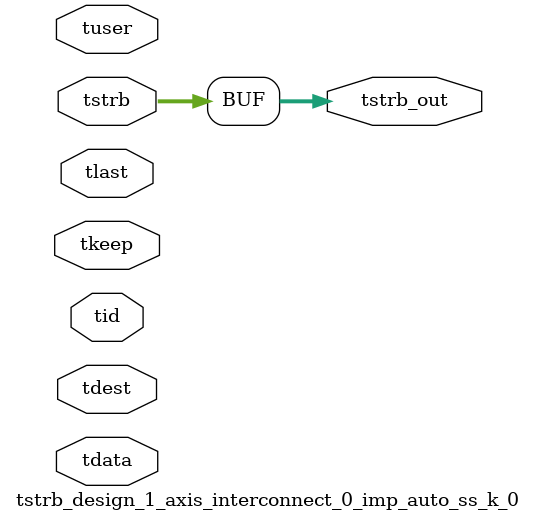
<source format=v>


`timescale 1ps/1ps

module tstrb_design_1_axis_interconnect_0_imp_auto_ss_k_0 #
(
parameter C_S_AXIS_TDATA_WIDTH = 32,
parameter C_S_AXIS_TUSER_WIDTH = 0,
parameter C_S_AXIS_TID_WIDTH   = 0,
parameter C_S_AXIS_TDEST_WIDTH = 0,
parameter C_M_AXIS_TDATA_WIDTH = 32
)
(
input  [(C_S_AXIS_TDATA_WIDTH == 0 ? 1 : C_S_AXIS_TDATA_WIDTH)-1:0     ] tdata,
input  [(C_S_AXIS_TUSER_WIDTH == 0 ? 1 : C_S_AXIS_TUSER_WIDTH)-1:0     ] tuser,
input  [(C_S_AXIS_TID_WIDTH   == 0 ? 1 : C_S_AXIS_TID_WIDTH)-1:0       ] tid,
input  [(C_S_AXIS_TDEST_WIDTH == 0 ? 1 : C_S_AXIS_TDEST_WIDTH)-1:0     ] tdest,
input  [(C_S_AXIS_TDATA_WIDTH/8)-1:0 ] tkeep,
input  [(C_S_AXIS_TDATA_WIDTH/8)-1:0 ] tstrb,
input                                                                    tlast,
output [(C_M_AXIS_TDATA_WIDTH/8)-1:0 ] tstrb_out
);

assign tstrb_out = {tstrb[7:0]};

endmodule


</source>
